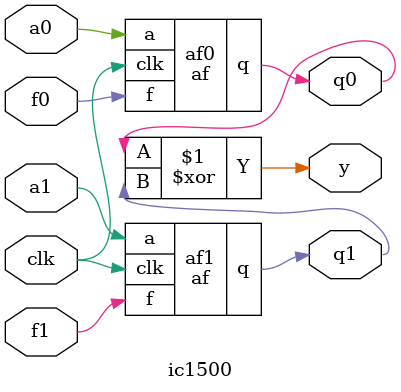
<source format=v>
`timescale 1ns / 1ps

module af(
    input a,
    input f,
    input clk,
    output reg q
    );
    
    initial begin
        q = 0;
    end
	
    // write your code here

    always@(posedge clk)
    begin
    case({a, f})
        2'b00: q <= ~q;
        2'b01: q <= q;
        2'b10: q <= 1'b1;
        2'b11: q <= 1'b0;
    endcase
    end

endmodule


module ic1500(
    input a0, 
    input f0, 
    input a1, 
    input f1, 
    input clk, 
    output q0, 
    output q1, 
    output y
    );
    // write your code here

        af af0(a0, f0, clk, q0);
        af af1(a1, f1, clk, q1);
        assign y = q0 ^ q1;
	
endmodule

</source>
